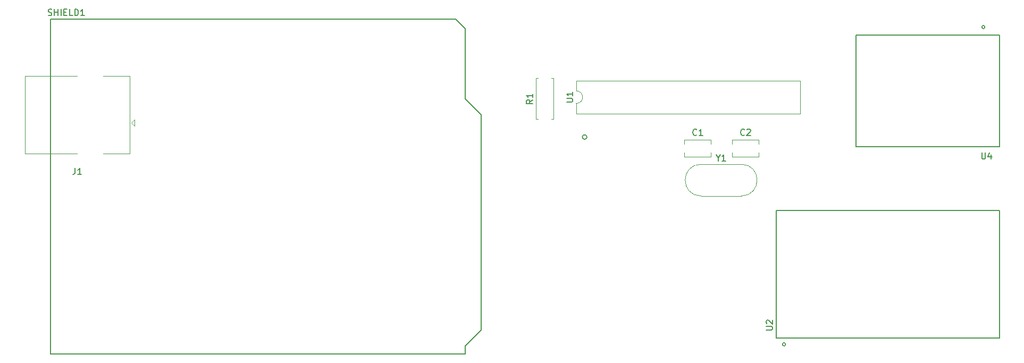
<source format=gbr>
G04 #@! TF.GenerationSoftware,KiCad,Pcbnew,(5.0.0)*
G04 #@! TF.CreationDate,2019-01-06T20:08:52-08:00*
G04 #@! TF.ProjectId,pcb_v1,7063625F76312E6B696361645F706362,1.0*
G04 #@! TF.SameCoordinates,Original*
G04 #@! TF.FileFunction,Legend,Top*
G04 #@! TF.FilePolarity,Positive*
%FSLAX46Y46*%
G04 Gerber Fmt 4.6, Leading zero omitted, Abs format (unit mm)*
G04 Created by KiCad (PCBNEW (5.0.0)) date 01/06/19 20:08:52*
%MOMM*%
%LPD*%
G01*
G04 APERTURE LIST*
%ADD10C,0.150000*%
%ADD11C,0.120000*%
G04 APERTURE END LIST*
D10*
G04 #@! TO.C,U1*
X143869210Y-91186000D02*
G75*
G03X143869210Y-91186000I-359210J0D01*
G01*
D11*
X142180000Y-83836000D02*
G75*
G02X142180000Y-85836000I0J-1000000D01*
G01*
X142180000Y-85836000D02*
X142180000Y-87486000D01*
X142180000Y-87486000D02*
X177860000Y-87486000D01*
X177860000Y-87486000D02*
X177860000Y-82186000D01*
X177860000Y-82186000D02*
X142180000Y-82186000D01*
X142180000Y-82186000D02*
X142180000Y-83836000D01*
D10*
G04 #@! TO.C,U4*
X207264000Y-73660000D02*
G75*
G03X207264000Y-73660000I-254000J0D01*
G01*
X209550000Y-74930000D02*
X209550000Y-92710000D01*
X186690000Y-74930000D02*
X209550000Y-74930000D01*
X186690000Y-92710000D02*
X186690000Y-74930000D01*
X209550000Y-92710000D02*
X186690000Y-92710000D01*
G04 #@! TO.C,U2*
X175514000Y-124206000D02*
G75*
G03X175514000Y-124206000I-254000J0D01*
G01*
X209550000Y-123190000D02*
X173990000Y-123190000D01*
X209550000Y-102870000D02*
X209550000Y-123190000D01*
X173990000Y-102870000D02*
X209550000Y-102870000D01*
X173990000Y-123190000D02*
X173990000Y-102870000D01*
G04 #@! TO.C,SHIELD1*
X58420000Y-72390000D02*
X122936000Y-72390000D01*
X58420000Y-125730000D02*
X124460000Y-125730000D01*
X122936000Y-72390000D02*
X124460000Y-73914000D01*
X124460000Y-125730000D02*
X124460000Y-124460000D01*
X124460000Y-124460000D02*
X127000000Y-121920000D01*
X127000000Y-121920000D02*
X127000000Y-87630000D01*
X127000000Y-87630000D02*
X124460000Y-85090000D01*
X124460000Y-85090000D02*
X124460000Y-73914000D01*
X58420000Y-72390000D02*
X58420000Y-125730000D01*
D11*
G04 #@! TO.C,C1*
X163644000Y-93629000D02*
X163644000Y-94334000D01*
X163644000Y-91594000D02*
X163644000Y-92299000D01*
X159404000Y-93629000D02*
X159404000Y-94334000D01*
X159404000Y-91594000D02*
X159404000Y-92299000D01*
X159404000Y-94334000D02*
X163644000Y-94334000D01*
X159404000Y-91594000D02*
X163644000Y-91594000D01*
G04 #@! TO.C,C2*
X171264000Y-93629000D02*
X171264000Y-94334000D01*
X171264000Y-91594000D02*
X171264000Y-92299000D01*
X167024000Y-93629000D02*
X167024000Y-94334000D01*
X167024000Y-91594000D02*
X167024000Y-92299000D01*
X167024000Y-94334000D02*
X171264000Y-94334000D01*
X167024000Y-91594000D02*
X171264000Y-91594000D01*
G04 #@! TO.C,J1*
X71800000Y-88400000D02*
X71300000Y-88900000D01*
X71800000Y-89400000D02*
X71800000Y-88400000D01*
X71300000Y-88900000D02*
X71800000Y-89400000D01*
X54360000Y-81490000D02*
X62720000Y-81490000D01*
X54360000Y-93810000D02*
X54360000Y-81490000D01*
X62720000Y-93810000D02*
X54360000Y-93810000D01*
X71080000Y-81490000D02*
X66820000Y-81490000D01*
X71080000Y-93810000D02*
X71080000Y-81490000D01*
X66820000Y-93810000D02*
X71080000Y-93810000D01*
G04 #@! TO.C,R1*
X138530000Y-81820000D02*
X138200000Y-81820000D01*
X138530000Y-88360000D02*
X138530000Y-81820000D01*
X138200000Y-88360000D02*
X138530000Y-88360000D01*
X135790000Y-81820000D02*
X136120000Y-81820000D01*
X135790000Y-88360000D02*
X135790000Y-81820000D01*
X136120000Y-88360000D02*
X135790000Y-88360000D01*
G04 #@! TO.C,Y1*
X168454000Y-100569000D02*
G75*
G03X168454000Y-95519000I0J2525000D01*
G01*
X162054000Y-100569000D02*
G75*
G02X162054000Y-95519000I0J2525000D01*
G01*
X162054000Y-100569000D02*
X168454000Y-100569000D01*
X162054000Y-95519000D02*
X168454000Y-95519000D01*
G04 #@! TO.C,U1*
D10*
X140632380Y-85597904D02*
X141441904Y-85597904D01*
X141537142Y-85550285D01*
X141584761Y-85502666D01*
X141632380Y-85407428D01*
X141632380Y-85216952D01*
X141584761Y-85121714D01*
X141537142Y-85074095D01*
X141441904Y-85026476D01*
X140632380Y-85026476D01*
X141632380Y-84026476D02*
X141632380Y-84597904D01*
X141632380Y-84312190D02*
X140632380Y-84312190D01*
X140775238Y-84407428D01*
X140870476Y-84502666D01*
X140918095Y-84597904D01*
G04 #@! TO.C,U4*
X206756095Y-93686380D02*
X206756095Y-94495904D01*
X206803714Y-94591142D01*
X206851333Y-94638761D01*
X206946571Y-94686380D01*
X207137047Y-94686380D01*
X207232285Y-94638761D01*
X207279904Y-94591142D01*
X207327523Y-94495904D01*
X207327523Y-93686380D01*
X208232285Y-94019714D02*
X208232285Y-94686380D01*
X207994190Y-93638761D02*
X207756095Y-94353047D01*
X208375142Y-94353047D01*
G04 #@! TO.C,U2*
X172426380Y-121919904D02*
X173235904Y-121919904D01*
X173331142Y-121872285D01*
X173378761Y-121824666D01*
X173426380Y-121729428D01*
X173426380Y-121538952D01*
X173378761Y-121443714D01*
X173331142Y-121396095D01*
X173235904Y-121348476D01*
X172426380Y-121348476D01*
X172521619Y-120919904D02*
X172474000Y-120872285D01*
X172426380Y-120777047D01*
X172426380Y-120538952D01*
X172474000Y-120443714D01*
X172521619Y-120396095D01*
X172616857Y-120348476D01*
X172712095Y-120348476D01*
X172854952Y-120396095D01*
X173426380Y-120967523D01*
X173426380Y-120348476D01*
G04 #@! TO.C,SHIELD1*
X58079047Y-71778761D02*
X58221904Y-71826380D01*
X58460000Y-71826380D01*
X58555238Y-71778761D01*
X58602857Y-71731142D01*
X58650476Y-71635904D01*
X58650476Y-71540666D01*
X58602857Y-71445428D01*
X58555238Y-71397809D01*
X58460000Y-71350190D01*
X58269523Y-71302571D01*
X58174285Y-71254952D01*
X58126666Y-71207333D01*
X58079047Y-71112095D01*
X58079047Y-71016857D01*
X58126666Y-70921619D01*
X58174285Y-70874000D01*
X58269523Y-70826380D01*
X58507619Y-70826380D01*
X58650476Y-70874000D01*
X59079047Y-71826380D02*
X59079047Y-70826380D01*
X59079047Y-71302571D02*
X59650476Y-71302571D01*
X59650476Y-71826380D02*
X59650476Y-70826380D01*
X60126666Y-71826380D02*
X60126666Y-70826380D01*
X60602857Y-71302571D02*
X60936190Y-71302571D01*
X61079047Y-71826380D02*
X60602857Y-71826380D01*
X60602857Y-70826380D01*
X61079047Y-70826380D01*
X61983809Y-71826380D02*
X61507619Y-71826380D01*
X61507619Y-70826380D01*
X62317142Y-71826380D02*
X62317142Y-70826380D01*
X62555238Y-70826380D01*
X62698095Y-70874000D01*
X62793333Y-70969238D01*
X62840952Y-71064476D01*
X62888571Y-71254952D01*
X62888571Y-71397809D01*
X62840952Y-71588285D01*
X62793333Y-71683523D01*
X62698095Y-71778761D01*
X62555238Y-71826380D01*
X62317142Y-71826380D01*
X63840952Y-71826380D02*
X63269523Y-71826380D01*
X63555238Y-71826380D02*
X63555238Y-70826380D01*
X63460000Y-70969238D01*
X63364761Y-71064476D01*
X63269523Y-71112095D01*
G04 #@! TO.C,C1*
X161357333Y-90821142D02*
X161309714Y-90868761D01*
X161166857Y-90916380D01*
X161071619Y-90916380D01*
X160928761Y-90868761D01*
X160833523Y-90773523D01*
X160785904Y-90678285D01*
X160738285Y-90487809D01*
X160738285Y-90344952D01*
X160785904Y-90154476D01*
X160833523Y-90059238D01*
X160928761Y-89964000D01*
X161071619Y-89916380D01*
X161166857Y-89916380D01*
X161309714Y-89964000D01*
X161357333Y-90011619D01*
X162309714Y-90916380D02*
X161738285Y-90916380D01*
X162024000Y-90916380D02*
X162024000Y-89916380D01*
X161928761Y-90059238D01*
X161833523Y-90154476D01*
X161738285Y-90202095D01*
G04 #@! TO.C,C2*
X168977333Y-90821142D02*
X168929714Y-90868761D01*
X168786857Y-90916380D01*
X168691619Y-90916380D01*
X168548761Y-90868761D01*
X168453523Y-90773523D01*
X168405904Y-90678285D01*
X168358285Y-90487809D01*
X168358285Y-90344952D01*
X168405904Y-90154476D01*
X168453523Y-90059238D01*
X168548761Y-89964000D01*
X168691619Y-89916380D01*
X168786857Y-89916380D01*
X168929714Y-89964000D01*
X168977333Y-90011619D01*
X169358285Y-90011619D02*
X169405904Y-89964000D01*
X169501142Y-89916380D01*
X169739238Y-89916380D01*
X169834476Y-89964000D01*
X169882095Y-90011619D01*
X169929714Y-90106857D01*
X169929714Y-90202095D01*
X169882095Y-90344952D01*
X169310666Y-90916380D01*
X169929714Y-90916380D01*
G04 #@! TO.C,J1*
X62386666Y-96122380D02*
X62386666Y-96836666D01*
X62339047Y-96979523D01*
X62243809Y-97074761D01*
X62100952Y-97122380D01*
X62005714Y-97122380D01*
X63386666Y-97122380D02*
X62815238Y-97122380D01*
X63100952Y-97122380D02*
X63100952Y-96122380D01*
X63005714Y-96265238D01*
X62910476Y-96360476D01*
X62815238Y-96408095D01*
G04 #@! TO.C,R1*
X135242380Y-85256666D02*
X134766190Y-85590000D01*
X135242380Y-85828095D02*
X134242380Y-85828095D01*
X134242380Y-85447142D01*
X134290000Y-85351904D01*
X134337619Y-85304285D01*
X134432857Y-85256666D01*
X134575714Y-85256666D01*
X134670952Y-85304285D01*
X134718571Y-85351904D01*
X134766190Y-85447142D01*
X134766190Y-85828095D01*
X135242380Y-84304285D02*
X135242380Y-84875714D01*
X135242380Y-84590000D02*
X134242380Y-84590000D01*
X134385238Y-84685238D01*
X134480476Y-84780476D01*
X134528095Y-84875714D01*
G04 #@! TO.C,Y1*
X164777809Y-94495190D02*
X164777809Y-94971380D01*
X164444476Y-93971380D02*
X164777809Y-94495190D01*
X165111142Y-93971380D01*
X165968285Y-94971380D02*
X165396857Y-94971380D01*
X165682571Y-94971380D02*
X165682571Y-93971380D01*
X165587333Y-94114238D01*
X165492095Y-94209476D01*
X165396857Y-94257095D01*
G04 #@! TD*
M02*

</source>
